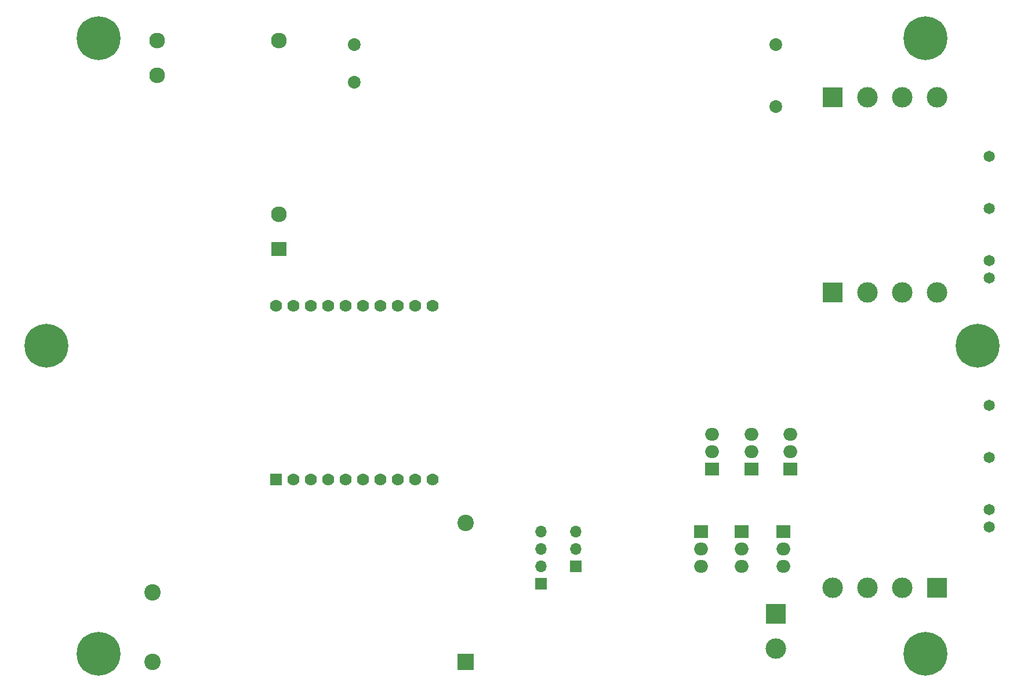
<source format=gbr>
%TF.GenerationSoftware,KiCad,Pcbnew,(7.0.0)*%
%TF.CreationDate,2023-03-18T12:10:04+01:00*%
%TF.ProjectId,rgb-garden-box,7267622d-6761-4726-9465-6e2d626f782e,rev?*%
%TF.SameCoordinates,Original*%
%TF.FileFunction,Soldermask,Bot*%
%TF.FilePolarity,Negative*%
%FSLAX46Y46*%
G04 Gerber Fmt 4.6, Leading zero omitted, Abs format (unit mm)*
G04 Created by KiCad (PCBNEW (7.0.0)) date 2023-03-18 12:10:04*
%MOMM*%
%LPD*%
G01*
G04 APERTURE LIST*
%ADD10O,2.000000X1.905000*%
%ADD11R,2.000000X1.905000*%
%ADD12C,0.800000*%
%ADD13C,6.400000*%
%ADD14C,1.650000*%
%ADD15R,3.000000X3.000000*%
%ADD16C,3.000000*%
%ADD17C,1.860000*%
%ADD18R,1.700000X1.700000*%
%ADD19O,1.700000X1.700000*%
%ADD20R,2.400000X2.400000*%
%ADD21C,2.400000*%
%ADD22R,1.778000X1.778000*%
%ADD23C,1.778000*%
%ADD24R,2.300000X2.000000*%
%ADD25C,2.300000*%
G04 APERTURE END LIST*
D10*
%TO.C,Q8*%
X192583999Y-102615999D03*
X192583999Y-105155999D03*
D11*
X192583999Y-107695999D03*
%TD*%
D10*
%TO.C,Q7*%
X186943999Y-102615999D03*
X186943999Y-105155999D03*
D11*
X186943999Y-107695999D03*
%TD*%
%TO.C,Q6*%
X181203999Y-107695999D03*
D10*
X181203999Y-105155999D03*
X181203999Y-102615999D03*
%TD*%
%TO.C,Q5*%
X179591999Y-121919999D03*
X179591999Y-119379999D03*
D11*
X179591999Y-116839999D03*
%TD*%
D10*
%TO.C,Q3*%
X185471999Y-121919999D03*
X185471999Y-119379999D03*
D11*
X185471999Y-116839999D03*
%TD*%
D10*
%TO.C,Q2*%
X191567999Y-121919999D03*
X191567999Y-119379999D03*
D11*
X191567999Y-116839999D03*
%TD*%
D12*
%TO.C,REF\u002A\u002A*%
X209920000Y-134690000D03*
X210622944Y-132992944D03*
X210622944Y-136387056D03*
X212320000Y-132290000D03*
D13*
X212320000Y-134690000D03*
D12*
X212320000Y-137090000D03*
X214017056Y-132992944D03*
X214017056Y-136387056D03*
X214720000Y-134690000D03*
%TD*%
D14*
%TO.C,K1*%
X221625000Y-79746920D03*
X221625000Y-77206920D03*
X221625000Y-69586920D03*
X221625000Y-61966920D03*
%TD*%
D12*
%TO.C,REF\u002A\u002A*%
X89220000Y-134690000D03*
X89922944Y-132992944D03*
X89922944Y-136387056D03*
X91620000Y-132290000D03*
D13*
X91620000Y-134690000D03*
D12*
X91620000Y-137090000D03*
X93317056Y-132992944D03*
X93317056Y-136387056D03*
X94020000Y-134690000D03*
%TD*%
D15*
%TO.C,J5*%
X198754999Y-81914999D03*
D16*
X203835000Y-81915000D03*
X208915000Y-81915000D03*
X213995000Y-81915000D03*
%TD*%
D15*
%TO.C,J6*%
X213994999Y-125094999D03*
D16*
X208915000Y-125095000D03*
X203835000Y-125095000D03*
X198755000Y-125095000D03*
%TD*%
D12*
%TO.C,REF\u002A\u002A*%
X89220000Y-44690000D03*
X89922944Y-42992944D03*
X89922944Y-46387056D03*
X91620000Y-42290000D03*
D13*
X91620000Y-44690000D03*
D12*
X91620000Y-47090000D03*
X93317056Y-42992944D03*
X93317056Y-46387056D03*
X94020000Y-44690000D03*
%TD*%
D17*
%TO.C,PS1*%
X128960000Y-45675000D03*
X128960000Y-51175000D03*
X190460000Y-54675000D03*
X190460000Y-45675000D03*
%TD*%
D14*
%TO.C,K2*%
X221615000Y-116205000D03*
X221615000Y-113665000D03*
X221615000Y-106045000D03*
X221615000Y-98425000D03*
%TD*%
D18*
%TO.C,J1*%
X161289999Y-121919999D03*
D19*
X161289999Y-119379999D03*
X161289999Y-116839999D03*
%TD*%
D15*
%TO.C,J4*%
X198754999Y-53339999D03*
D16*
X203835000Y-53340000D03*
X208915000Y-53340000D03*
X213995000Y-53340000D03*
%TD*%
D12*
%TO.C,REF\u002A\u002A*%
X81570000Y-89690000D03*
X82272944Y-87992944D03*
X82272944Y-91387056D03*
X83970000Y-87290000D03*
D13*
X83970000Y-89690000D03*
D12*
X83970000Y-92090000D03*
X85667056Y-87992944D03*
X85667056Y-91387056D03*
X86370000Y-89690000D03*
%TD*%
%TO.C,REF\u002A\u002A*%
X217570000Y-89690000D03*
X218272944Y-87992944D03*
X218272944Y-91387056D03*
X219970000Y-87290000D03*
D13*
X219970000Y-89690000D03*
D12*
X219970000Y-92090000D03*
X221667056Y-87992944D03*
X221667056Y-91387056D03*
X222370000Y-89690000D03*
%TD*%
D15*
%TO.C,J3*%
X190499999Y-128904999D03*
D16*
X190500000Y-133985000D03*
%TD*%
D20*
%TO.C,PS2*%
X145162499Y-135897499D03*
D21*
X145162500Y-115577500D03*
X99442500Y-125737500D03*
X99442500Y-135897500D03*
%TD*%
D22*
%TO.C,U1*%
X117474999Y-109219999D03*
D23*
X120015000Y-109220000D03*
X122555000Y-109220000D03*
X125095000Y-109220000D03*
X127635000Y-109220000D03*
X130175000Y-109220000D03*
X132715000Y-109220000D03*
X135255000Y-109220000D03*
X137795000Y-109220000D03*
X140335000Y-109220000D03*
X140335000Y-83820000D03*
X137795000Y-83820000D03*
X135255000Y-83820000D03*
X132715000Y-83820000D03*
X130175000Y-83820000D03*
X127635000Y-83820000D03*
X125095000Y-83820000D03*
X122555000Y-83820000D03*
X120015000Y-83820000D03*
X117475000Y-83820000D03*
%TD*%
D24*
%TO.C,PS3*%
X117967499Y-75564999D03*
D25*
X117967500Y-70485000D03*
X117967500Y-45085000D03*
X100187500Y-45085000D03*
X100187500Y-50165000D03*
%TD*%
D12*
%TO.C,REF\u002A\u002A*%
X209920000Y-44690000D03*
X210622944Y-42992944D03*
X210622944Y-46387056D03*
X212320000Y-42290000D03*
D13*
X212320000Y-44690000D03*
D12*
X212320000Y-47090000D03*
X214017056Y-42992944D03*
X214017056Y-46387056D03*
X214720000Y-44690000D03*
%TD*%
D18*
%TO.C,J2*%
X156209999Y-124459999D03*
D19*
X156209999Y-121919999D03*
X156209999Y-119379999D03*
X156209999Y-116839999D03*
%TD*%
M02*

</source>
